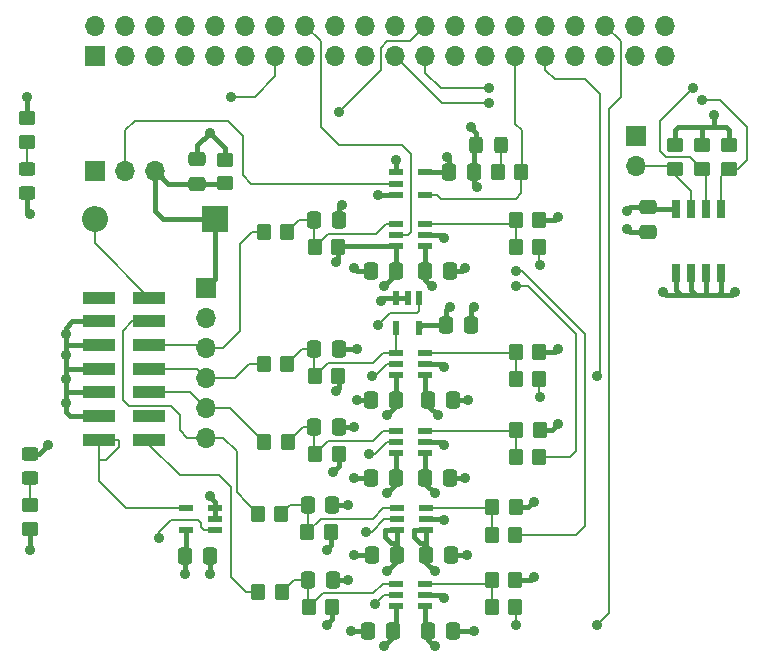
<source format=gtl>
G04 #@! TF.GenerationSoftware,KiCad,Pcbnew,(6.0.1)*
G04 #@! TF.CreationDate,2022-02-21T00:55:15+09:00*
G04 #@! TF.ProjectId,KiCAD_jtag,4b694341-445f-46a7-9461-672e6b696361,rev?*
G04 #@! TF.SameCoordinates,Original*
G04 #@! TF.FileFunction,Copper,L1,Top*
G04 #@! TF.FilePolarity,Positive*
%FSLAX46Y46*%
G04 Gerber Fmt 4.6, Leading zero omitted, Abs format (unit mm)*
G04 Created by KiCad (PCBNEW (6.0.1)) date 2022-02-21 00:55:15*
%MOMM*%
%LPD*%
G01*
G04 APERTURE LIST*
G04 Aperture macros list*
%AMRoundRect*
0 Rectangle with rounded corners*
0 $1 Rounding radius*
0 $2 $3 $4 $5 $6 $7 $8 $9 X,Y pos of 4 corners*
0 Add a 4 corners polygon primitive as box body*
4,1,4,$2,$3,$4,$5,$6,$7,$8,$9,$2,$3,0*
0 Add four circle primitives for the rounded corners*
1,1,$1+$1,$2,$3*
1,1,$1+$1,$4,$5*
1,1,$1+$1,$6,$7*
1,1,$1+$1,$8,$9*
0 Add four rect primitives between the rounded corners*
20,1,$1+$1,$2,$3,$4,$5,0*
20,1,$1+$1,$4,$5,$6,$7,0*
20,1,$1+$1,$6,$7,$8,$9,0*
20,1,$1+$1,$8,$9,$2,$3,0*%
G04 Aperture macros list end*
G04 #@! TA.AperFunction,SMDPad,CuDef*
%ADD10RoundRect,0.250000X0.350000X0.450000X-0.350000X0.450000X-0.350000X-0.450000X0.350000X-0.450000X0*%
G04 #@! TD*
G04 #@! TA.AperFunction,SMDPad,CuDef*
%ADD11RoundRect,0.250000X-0.450000X0.350000X-0.450000X-0.350000X0.450000X-0.350000X0.450000X0.350000X0*%
G04 #@! TD*
G04 #@! TA.AperFunction,SMDPad,CuDef*
%ADD12RoundRect,0.250000X0.450000X-0.350000X0.450000X0.350000X-0.450000X0.350000X-0.450000X-0.350000X0*%
G04 #@! TD*
G04 #@! TA.AperFunction,SMDPad,CuDef*
%ADD13R,1.200000X0.600000*%
G04 #@! TD*
G04 #@! TA.AperFunction,SMDPad,CuDef*
%ADD14RoundRect,0.250000X-0.450000X0.325000X-0.450000X-0.325000X0.450000X-0.325000X0.450000X0.325000X0*%
G04 #@! TD*
G04 #@! TA.AperFunction,SMDPad,CuDef*
%ADD15RoundRect,0.250000X-0.350000X-0.450000X0.350000X-0.450000X0.350000X0.450000X-0.350000X0.450000X0*%
G04 #@! TD*
G04 #@! TA.AperFunction,SMDPad,CuDef*
%ADD16RoundRect,0.250000X-0.337500X-0.475000X0.337500X-0.475000X0.337500X0.475000X-0.337500X0.475000X0*%
G04 #@! TD*
G04 #@! TA.AperFunction,ComponentPad*
%ADD17R,1.700000X1.700000*%
G04 #@! TD*
G04 #@! TA.AperFunction,ComponentPad*
%ADD18O,1.700000X1.700000*%
G04 #@! TD*
G04 #@! TA.AperFunction,SMDPad,CuDef*
%ADD19RoundRect,0.250000X-0.475000X0.337500X-0.475000X-0.337500X0.475000X-0.337500X0.475000X0.337500X0*%
G04 #@! TD*
G04 #@! TA.AperFunction,SMDPad,CuDef*
%ADD20RoundRect,0.250000X0.337500X0.475000X-0.337500X0.475000X-0.337500X-0.475000X0.337500X-0.475000X0*%
G04 #@! TD*
G04 #@! TA.AperFunction,SMDPad,CuDef*
%ADD21RoundRect,0.250000X0.475000X-0.337500X0.475000X0.337500X-0.475000X0.337500X-0.475000X-0.337500X0*%
G04 #@! TD*
G04 #@! TA.AperFunction,SMDPad,CuDef*
%ADD22R,0.700000X1.525000*%
G04 #@! TD*
G04 #@! TA.AperFunction,ComponentPad*
%ADD23R,2.200000X2.200000*%
G04 #@! TD*
G04 #@! TA.AperFunction,ComponentPad*
%ADD24O,2.200000X2.200000*%
G04 #@! TD*
G04 #@! TA.AperFunction,SMDPad,CuDef*
%ADD25R,0.600000X1.200000*%
G04 #@! TD*
G04 #@! TA.AperFunction,SMDPad,CuDef*
%ADD26R,2.750000X1.000000*%
G04 #@! TD*
G04 #@! TA.AperFunction,SMDPad,CuDef*
%ADD27RoundRect,0.250000X0.450000X-0.325000X0.450000X0.325000X-0.450000X0.325000X-0.450000X-0.325000X0*%
G04 #@! TD*
G04 #@! TA.AperFunction,SMDPad,CuDef*
%ADD28RoundRect,0.250000X-0.325000X-0.450000X0.325000X-0.450000X0.325000X0.450000X-0.325000X0.450000X0*%
G04 #@! TD*
G04 #@! TA.AperFunction,ViaPad*
%ADD29C,0.889000*%
G04 #@! TD*
G04 #@! TA.AperFunction,Conductor*
%ADD30C,0.406400*%
G04 #@! TD*
G04 #@! TA.AperFunction,Conductor*
%ADD31C,0.203200*%
G04 #@! TD*
G04 APERTURE END LIST*
D10*
X243926000Y-145428000D03*
X241926000Y-145428000D03*
D11*
X261976000Y-106328000D03*
X261976000Y-108328000D03*
D12*
X202794000Y-138808000D03*
X202794000Y-136808000D03*
D10*
X243926000Y-139306600D03*
X241926000Y-139306600D03*
D13*
X236302000Y-145362000D03*
X236302000Y-144412000D03*
X236302000Y-143462000D03*
X233802000Y-143462000D03*
X233802000Y-144412000D03*
X233802000Y-145362000D03*
D10*
X224130000Y-144158000D03*
X222130000Y-144158000D03*
D14*
X202794000Y-132465000D03*
X202794000Y-134515000D03*
D15*
X226940000Y-114948000D03*
X228940000Y-114948000D03*
D16*
X226902500Y-112662000D03*
X228977500Y-112662000D03*
D17*
X217703800Y-118412600D03*
D18*
X217703800Y-120952600D03*
X217703800Y-123492600D03*
X217703800Y-126032600D03*
X217703800Y-128572600D03*
X217703800Y-131112600D03*
D10*
X244434000Y-108598000D03*
X242434000Y-108598000D03*
D11*
X259690000Y-106344000D03*
X259690000Y-108344000D03*
D13*
X236302000Y-125804000D03*
X236302000Y-124854000D03*
X236302000Y-123904000D03*
X233802000Y-123904000D03*
X233802000Y-124854000D03*
X233802000Y-125804000D03*
D19*
X255118000Y-111603000D03*
X255118000Y-113678000D03*
D16*
X226394500Y-143142000D03*
X228469500Y-143142000D03*
D10*
X245974000Y-130442000D03*
X243974000Y-130442000D03*
X245942000Y-132728000D03*
X243942000Y-132728000D03*
D20*
X233782000Y-116980000D03*
X231707000Y-116980000D03*
D21*
X217003800Y-109600100D03*
X217003800Y-107525100D03*
D13*
X218522000Y-138946000D03*
X218522000Y-137996000D03*
X218522000Y-137046000D03*
X216022000Y-137046000D03*
X216022000Y-138946000D03*
D16*
X236554500Y-147460000D03*
X238629500Y-147460000D03*
X236394300Y-141059200D03*
X238469300Y-141059200D03*
D13*
X236394200Y-138961200D03*
X236394200Y-138011200D03*
X236394200Y-137061200D03*
X233894200Y-137061200D03*
X233894200Y-138011200D03*
X233894200Y-138961200D03*
D20*
X233803500Y-134506000D03*
X231728500Y-134506000D03*
D15*
X226321000Y-139078000D03*
X228321000Y-139078000D03*
D16*
X226365200Y-136792000D03*
X228440200Y-136792000D03*
D10*
X245958000Y-126124000D03*
X243958000Y-126124000D03*
D16*
X226902500Y-130188000D03*
X228977500Y-130188000D03*
D10*
X243926000Y-143142000D03*
X241926000Y-143142000D03*
D17*
X208378800Y-108562600D03*
D18*
X210918800Y-108562600D03*
X213458800Y-108562600D03*
D11*
X257404000Y-106328000D03*
X257404000Y-108328000D03*
D22*
X257531000Y-117152000D03*
X258801000Y-117152000D03*
X260071000Y-117152000D03*
X261341000Y-117152000D03*
X261341000Y-111728000D03*
X260071000Y-111728000D03*
X258801000Y-111728000D03*
X257531000Y-111728000D03*
D10*
X245942000Y-114948000D03*
X243942000Y-114948000D03*
D15*
X226940000Y-125870000D03*
X228940000Y-125870000D03*
D16*
X226902500Y-123584000D03*
X228977500Y-123584000D03*
D23*
X218483800Y-112562600D03*
D24*
X208323800Y-112562600D03*
D10*
X224114000Y-137528600D03*
X222114000Y-137528600D03*
D20*
X233803500Y-127902000D03*
X231728500Y-127902000D03*
D10*
X224622000Y-124854000D03*
X222622000Y-124854000D03*
D13*
X236302000Y-114882000D03*
X236302000Y-113932000D03*
X236302000Y-112982000D03*
X233802000Y-112982000D03*
X233802000Y-113932000D03*
X233802000Y-114882000D03*
X233802000Y-108648000D03*
X233802000Y-109598000D03*
X233802000Y-110548000D03*
X236302000Y-110548000D03*
X236302000Y-108648000D03*
D10*
X245958000Y-123838000D03*
X243958000Y-123838000D03*
D16*
X238332500Y-108582000D03*
X240407500Y-108582000D03*
D11*
X202540000Y-104042000D03*
X202540000Y-106042000D03*
D10*
X224638000Y-131458000D03*
X222638000Y-131458000D03*
D13*
X236302000Y-132408000D03*
X236302000Y-131458000D03*
X236302000Y-130508000D03*
X233802000Y-130508000D03*
X233802000Y-131458000D03*
X233802000Y-132408000D03*
D20*
X233549500Y-147460000D03*
X231474500Y-147460000D03*
D10*
X245958000Y-112662000D03*
X243958000Y-112662000D03*
D17*
X254102000Y-105545000D03*
D18*
X254102000Y-108085000D03*
D10*
X243951400Y-136995200D03*
X241951400Y-136995200D03*
D25*
X235748000Y-119286000D03*
X234798000Y-119286000D03*
X233848000Y-119286000D03*
X233848000Y-121786000D03*
X235748000Y-121786000D03*
D26*
X208678800Y-119262600D03*
X212928800Y-119262600D03*
X208678800Y-121262600D03*
X212928800Y-121262600D03*
X208678800Y-123262600D03*
X212928800Y-123262600D03*
X208678800Y-125262600D03*
X212928800Y-125262600D03*
X208678800Y-127262600D03*
X212928800Y-127262600D03*
X208678800Y-129262600D03*
X212928800Y-129262600D03*
X208678800Y-131262600D03*
X212928800Y-131262600D03*
D12*
X219303800Y-109562600D03*
X219303800Y-107562600D03*
D27*
X202540000Y-110385000D03*
X202540000Y-108335000D03*
D16*
X236300500Y-116980000D03*
X238375500Y-116980000D03*
D15*
X226432000Y-145428000D03*
X228432000Y-145428000D03*
D16*
X215980500Y-141110000D03*
X218055500Y-141110000D03*
D28*
X240622000Y-106312000D03*
X242672000Y-106312000D03*
D16*
X236300500Y-134506000D03*
X238375500Y-134506000D03*
D20*
X233879700Y-141059200D03*
X231804700Y-141059200D03*
D16*
X236554500Y-127902000D03*
X238629500Y-127902000D03*
D15*
X226956000Y-132474000D03*
X228956000Y-132474000D03*
D10*
X224622000Y-113678000D03*
X222622000Y-113678000D03*
D16*
X238078500Y-121552000D03*
X240153500Y-121552000D03*
D17*
X208370000Y-98770000D03*
D18*
X208370000Y-96230000D03*
X210910000Y-98770000D03*
X210910000Y-96230000D03*
X213450000Y-98770000D03*
X213450000Y-96230000D03*
X215990000Y-98770000D03*
X215990000Y-96230000D03*
X218530000Y-98770000D03*
X218530000Y-96230000D03*
X221070000Y-98770000D03*
X221070000Y-96230000D03*
X223610000Y-98770000D03*
X223610000Y-96230000D03*
X226150000Y-98770000D03*
X226150000Y-96230000D03*
X228690000Y-98770000D03*
X228690000Y-96230000D03*
X231230000Y-98770000D03*
X231230000Y-96230000D03*
X233770000Y-98770000D03*
X233770000Y-96230000D03*
X236310000Y-98770000D03*
X236310000Y-96230000D03*
X238850000Y-98770000D03*
X238850000Y-96230000D03*
X241390000Y-98770000D03*
X241390000Y-96230000D03*
X243930000Y-98770000D03*
X243930000Y-96230000D03*
X246470000Y-98770000D03*
X246470000Y-96230000D03*
X249010000Y-98770000D03*
X249010000Y-96230000D03*
X251550000Y-98770000D03*
X251550000Y-96230000D03*
X254090000Y-98770000D03*
X254090000Y-96230000D03*
X256630000Y-98770000D03*
X256630000Y-96230000D03*
D29*
X237084000Y-142380000D03*
X237084000Y-135776000D03*
X245466000Y-142888000D03*
X247498000Y-112408000D03*
X247498000Y-123584000D03*
X247498000Y-129934000D03*
X238100000Y-107328000D03*
X253340000Y-111900000D03*
X202794000Y-140602000D03*
X237084000Y-148730000D03*
X245466000Y-136538000D03*
X237338000Y-129172000D03*
X236830000Y-118250000D03*
X260706000Y-103772000D03*
X202540000Y-102248000D03*
X229718000Y-143142000D03*
X230226000Y-130188000D03*
X205842000Y-128156000D03*
X262484000Y-118758000D03*
X239878000Y-127902000D03*
X239624000Y-116726000D03*
X218034000Y-136030000D03*
X232512000Y-119520000D03*
X205842000Y-126124000D03*
X240386000Y-120028000D03*
X229718000Y-136792000D03*
X240132000Y-104788000D03*
X229210000Y-111392000D03*
X205842000Y-124092000D03*
X256388000Y-118758000D03*
X230480000Y-123584000D03*
X237846000Y-138062000D03*
X232340000Y-110548000D03*
X253340000Y-113424000D03*
X205842000Y-122314000D03*
X204318000Y-131712000D03*
X233802000Y-107602000D03*
X239827000Y-141059000D03*
X240386000Y-147460000D03*
X237846000Y-125108000D03*
X230480000Y-127902000D03*
X230226000Y-116726000D03*
X230226000Y-134506000D03*
X202794000Y-112154000D03*
X218056000Y-142612000D03*
X237846000Y-131712000D03*
X229972000Y-147460000D03*
X237846000Y-144666000D03*
X230277000Y-141059000D03*
X240640000Y-109868000D03*
X218034000Y-105296000D03*
X237846000Y-114186000D03*
X239624000Y-134506000D03*
X259690000Y-102502000D03*
X258928000Y-101486000D03*
X231750000Y-125870000D03*
X250800000Y-125870000D03*
X232004000Y-145174000D03*
X219812000Y-102248000D03*
X213716000Y-139586000D03*
X231496000Y-132474000D03*
X231242000Y-139078000D03*
X243942000Y-116980000D03*
X243942000Y-118250000D03*
X241656000Y-102756000D03*
X245974000Y-127648000D03*
X245974000Y-116472000D03*
X241656000Y-101486000D03*
X232258000Y-121552000D03*
X229006800Y-103518000D03*
X243942000Y-146952000D03*
X250800000Y-146952000D03*
X228702000Y-127140000D03*
X228448000Y-133998000D03*
X232766000Y-148730000D03*
X227940000Y-146952000D03*
X238354000Y-120028000D03*
X215980000Y-142612000D03*
X233020000Y-142380000D03*
X227940000Y-140602000D03*
X232766000Y-118250000D03*
X233020000Y-129172000D03*
X233020000Y-135776000D03*
X228702000Y-116218000D03*
D30*
X236394000Y-141690000D02*
X237084000Y-142380000D01*
X236554000Y-147460000D02*
X236554000Y-148200000D01*
X236302000Y-114882000D02*
X236302000Y-116978000D01*
X236394000Y-141007700D02*
X236394300Y-141008000D01*
X255243000Y-111728000D02*
X255118000Y-111603000D01*
X238266000Y-108648000D02*
X238332000Y-108582000D01*
X202794000Y-140602000D02*
X202794000Y-138808000D01*
X257404000Y-106328000D02*
X257404000Y-105042000D01*
X238332000Y-107560000D02*
X238100000Y-107328000D01*
X259690000Y-106344000D02*
X259690000Y-104788000D01*
X257658000Y-104788000D02*
X259690000Y-104788000D01*
X236302000Y-125804000D02*
X236302000Y-127650000D01*
X236300500Y-116979500D02*
X236300000Y-116980000D01*
X255118000Y-111603000D02*
X253637000Y-111603000D01*
X236554500Y-147460000D02*
X236554000Y-147460000D01*
X236554000Y-148200000D02*
X237084000Y-148730000D01*
X245974000Y-130442000D02*
X246990000Y-130442000D01*
X236302000Y-108648000D02*
X238266000Y-108648000D01*
X257404000Y-105042000D02*
X257658000Y-104788000D01*
X261976000Y-105042000D02*
X261976000Y-106328000D01*
X246990000Y-130442000D02*
X247498000Y-129934000D01*
X236554000Y-127902000D02*
X236554000Y-128388000D01*
X236302000Y-127650000D02*
X236428000Y-127776000D01*
X236302000Y-116978000D02*
X236300500Y-116979500D01*
X236302000Y-147208000D02*
X236554000Y-147460000D01*
X247244000Y-123838000D02*
X247498000Y-123584000D01*
X236428000Y-127776000D02*
X236554000Y-127902000D01*
X236300300Y-134505700D02*
X236300000Y-134506000D01*
X236394000Y-138961000D02*
X236394000Y-139984300D01*
X236554000Y-128388000D02*
X237338000Y-129172000D01*
X236300000Y-134506000D02*
X236300000Y-134992000D01*
X236394000Y-139984300D02*
X235890900Y-139984300D01*
X236300300Y-134505800D02*
X236300300Y-134505700D01*
X236300000Y-134992000D02*
X237084000Y-135776000D01*
X236394000Y-141007700D02*
X236394000Y-141690000D01*
X259690000Y-104788000D02*
X260706000Y-104788000D01*
X236300500Y-134506000D02*
X236300300Y-134505800D01*
X245009000Y-136995000D02*
X245466000Y-136538000D01*
X260706000Y-104788000D02*
X261722000Y-104788000D01*
X260706000Y-104788000D02*
X260706000Y-103772000D01*
X236300500Y-116979500D02*
X236300500Y-116980000D01*
X245958000Y-112662000D02*
X247244000Y-112662000D01*
X253637000Y-111603000D02*
X253340000Y-111900000D01*
X245212000Y-143142000D02*
X245466000Y-142888000D01*
X235890900Y-139984300D02*
X235387500Y-139480900D01*
X236394000Y-139984300D02*
X236394000Y-141007700D01*
X236302000Y-145362000D02*
X236302000Y-147208000D01*
X235387500Y-139480900D02*
X235387500Y-138961200D01*
X257531000Y-111728000D02*
X255243000Y-111728000D01*
X247244000Y-112662000D02*
X247498000Y-112408000D01*
X238332000Y-108582000D02*
X238332000Y-107560000D01*
X236302000Y-132408000D02*
X236302000Y-134504000D01*
X236394300Y-141008000D02*
X236394300Y-141059200D01*
X236300000Y-117720000D02*
X236830000Y-118250000D01*
X236302000Y-134504000D02*
X236300300Y-134505700D01*
X238332500Y-108582000D02*
X238332000Y-108582000D01*
X261722000Y-104788000D02*
X261976000Y-105042000D01*
X236300000Y-116980000D02*
X236300000Y-117720000D01*
X245958000Y-123838000D02*
X247244000Y-123838000D01*
X236428000Y-127776000D02*
X236428500Y-127776000D01*
X236394200Y-138961200D02*
X235387500Y-138961200D01*
X243951400Y-136995200D02*
X243951400Y-136995000D01*
X243951400Y-136995000D02*
X245009000Y-136995000D01*
X236428500Y-127776000D02*
X236554500Y-127902000D01*
X243926000Y-143142000D02*
X245212000Y-143142000D01*
X202540000Y-102248000D02*
X202540000Y-104042000D01*
X237795000Y-138011000D02*
X237846000Y-138062000D01*
X228470000Y-143142000D02*
X228469500Y-143142000D01*
X232746000Y-119286000D02*
X232512000Y-119520000D01*
X262230000Y-119012000D02*
X262484000Y-118758000D01*
X238376000Y-134506000D02*
X238375500Y-134506000D01*
X236302000Y-124854000D02*
X237592000Y-124854000D01*
X236302000Y-144412000D02*
X237592000Y-144412000D01*
X238469500Y-141059000D02*
X238469300Y-141059200D01*
X253594000Y-113678000D02*
X253340000Y-113424000D01*
X238630000Y-127902000D02*
X239878000Y-127902000D01*
X238376000Y-116980000D02*
X238375500Y-116980000D01*
X231804500Y-141059000D02*
X231804700Y-141059200D01*
X231474000Y-147460000D02*
X229972000Y-147460000D01*
X202794000Y-132465000D02*
X203565000Y-132465000D01*
X238469500Y-141059000D02*
X239827000Y-141059000D01*
X208678400Y-123263000D02*
X206029000Y-123263000D01*
X208679000Y-127263000D02*
X208678400Y-127263000D01*
X236302000Y-131458000D02*
X237592000Y-131458000D01*
X208678400Y-129263000D02*
X208679000Y-129263000D01*
X231728000Y-127902000D02*
X231728500Y-127902000D01*
X218522000Y-136518000D02*
X218034000Y-136030000D01*
X228978000Y-123584000D02*
X228977500Y-123584000D01*
X256642000Y-119012000D02*
X256388000Y-118758000D01*
X240407500Y-108081500D02*
X240407500Y-108582000D01*
X219304000Y-107064500D02*
X219304000Y-106566000D01*
X238630000Y-147460000D02*
X238629500Y-147460000D01*
X240622000Y-106312000D02*
X240622000Y-105278000D01*
X260071000Y-117152000D02*
X260071000Y-118885000D01*
X218522000Y-137046000D02*
X218522000Y-136518000D01*
X218056000Y-141861000D02*
X218056000Y-142612000D01*
X205842000Y-121806000D02*
X205842000Y-122314000D01*
X258801000Y-118631000D02*
X259182000Y-119012000D01*
X239370000Y-116980000D02*
X239624000Y-116726000D01*
X240153500Y-120906500D02*
X240153500Y-121552000D01*
X228440200Y-136792000D02*
X229718000Y-136792000D01*
X236302000Y-113932000D02*
X237592000Y-113932000D01*
X231728000Y-134506000D02*
X231728500Y-134506000D01*
X218056000Y-141110000D02*
X218056000Y-141861000D01*
X236394400Y-138011000D02*
X237795000Y-138011000D01*
X205842000Y-126124000D02*
X205842000Y-127394000D01*
X257912000Y-119012000D02*
X256642000Y-119012000D01*
X231728000Y-134506000D02*
X230226000Y-134506000D01*
X208678400Y-121263000D02*
X206385000Y-121263000D01*
X240408000Y-109636000D02*
X240408000Y-108081000D01*
X208679000Y-125263000D02*
X208678400Y-125263000D01*
X259182000Y-119012000D02*
X259944000Y-119012000D01*
X203565000Y-132465000D02*
X204318000Y-131712000D01*
X208678400Y-127263000D02*
X205973000Y-127263000D01*
X258801000Y-117152000D02*
X258801000Y-118631000D01*
X208678400Y-123263000D02*
X208678800Y-123262600D01*
X233802000Y-108648000D02*
X233802000Y-107602000D01*
X202540000Y-110385000D02*
X202540000Y-111900000D01*
X240640000Y-109868000D02*
X240408000Y-109636000D01*
X228978000Y-111624000D02*
X229210000Y-111392000D01*
X255118000Y-113678000D02*
X253594000Y-113678000D01*
X218055500Y-141860500D02*
X218055500Y-141110000D01*
X240154000Y-120260000D02*
X240386000Y-120028000D01*
X237592000Y-113932000D02*
X237846000Y-114186000D01*
X237592000Y-124854000D02*
X237846000Y-125108000D01*
X208678400Y-125263000D02*
X208678800Y-125262600D01*
X205842000Y-127394000D02*
X205842000Y-128156000D01*
X238630000Y-147460000D02*
X240386000Y-147460000D01*
X208678400Y-125263000D02*
X205941000Y-125263000D01*
X240408000Y-106526000D02*
X240622000Y-106312000D01*
X205842000Y-122314000D02*
X205842000Y-123449000D01*
X228978000Y-112662000D02*
X228978000Y-112143000D01*
X205973000Y-127263000D02*
X205842000Y-127394000D01*
X205842000Y-124092000D02*
X205842000Y-125362000D01*
X238630000Y-127902000D02*
X238629500Y-127902000D01*
X231804500Y-141059000D02*
X230277000Y-141059000D01*
X208678400Y-121263000D02*
X208678800Y-121262600D01*
X228978000Y-123584000D02*
X230480000Y-123584000D01*
X206385000Y-121263000D02*
X205842000Y-121806000D01*
X238376000Y-134506000D02*
X239624000Y-134506000D01*
X240622000Y-105278000D02*
X240132000Y-104788000D01*
X217004000Y-106925500D02*
X217004000Y-106326000D01*
X228977500Y-112143500D02*
X228977500Y-112662000D01*
X228978000Y-112143000D02*
X228977500Y-112143500D01*
X217004000Y-106326000D02*
X218034000Y-105296000D01*
X240408000Y-108081000D02*
X240407500Y-108081500D01*
X217004000Y-106925500D02*
X217003800Y-106925700D01*
X217003800Y-106925700D02*
X217003800Y-107525100D01*
X257912000Y-119012000D02*
X259182000Y-119012000D01*
X260071000Y-118885000D02*
X259944000Y-119012000D01*
X228470000Y-143142000D02*
X229718000Y-143142000D01*
X234798000Y-119286000D02*
X233848000Y-119286000D01*
X208679000Y-123263000D02*
X208678400Y-123263000D01*
X228978000Y-130188000D02*
X230226000Y-130188000D01*
X206187000Y-129263000D02*
X208678400Y-129263000D01*
X261087000Y-119012000D02*
X261341000Y-118758000D01*
X237592000Y-131458000D02*
X237846000Y-131712000D01*
X219303800Y-107064700D02*
X219303800Y-107562600D01*
X208679000Y-121263000D02*
X208678400Y-121263000D01*
X231474000Y-147460000D02*
X231474500Y-147460000D01*
X217004000Y-107525000D02*
X217004000Y-106925500D01*
X261087000Y-119012000D02*
X262230000Y-119012000D01*
X240408000Y-108081000D02*
X240408000Y-106526000D01*
X259944000Y-119012000D02*
X261087000Y-119012000D01*
X231707000Y-116980000D02*
X230480000Y-116980000D01*
X219304000Y-107064500D02*
X219303800Y-107064700D01*
X205842000Y-128156000D02*
X205842000Y-128918000D01*
X205842000Y-123449000D02*
X205842000Y-124092000D01*
X240154000Y-120906000D02*
X240154000Y-120260000D01*
X219304000Y-107563000D02*
X219304000Y-107064500D01*
X230480000Y-116980000D02*
X230226000Y-116726000D01*
X231728000Y-127902000D02*
X230480000Y-127902000D01*
X228978000Y-112143000D02*
X228978000Y-111624000D01*
X205842000Y-128918000D02*
X206187000Y-129263000D01*
X233848000Y-119286000D02*
X232746000Y-119286000D01*
X261341000Y-118631000D02*
X261341000Y-117152000D01*
X208678400Y-129263000D02*
X208678800Y-129262600D01*
X240154000Y-120906000D02*
X240153500Y-120906500D01*
X208678400Y-127263000D02*
X208678800Y-127262600D01*
X261341000Y-118758000D02*
X261341000Y-118631000D01*
X236394400Y-138011000D02*
X236394200Y-138011200D01*
X240154000Y-121552000D02*
X240154000Y-120906000D01*
X233802000Y-110548000D02*
X232340000Y-110548000D01*
X206029000Y-123263000D02*
X205842000Y-123449000D01*
X218056000Y-141861000D02*
X218055500Y-141860500D01*
X257531000Y-117152000D02*
X257531000Y-118631000D01*
X202540000Y-111900000D02*
X202794000Y-112154000D01*
X205842000Y-125362000D02*
X205842000Y-126124000D01*
X205941000Y-125263000D02*
X205842000Y-125362000D01*
X238376000Y-116980000D02*
X239370000Y-116980000D01*
X219304000Y-106566000D02*
X218034000Y-105296000D01*
X228978000Y-130188000D02*
X228977500Y-130188000D01*
X257531000Y-118631000D02*
X257912000Y-119012000D01*
X218522000Y-137996000D02*
X218522000Y-137046000D01*
X237592000Y-144412000D02*
X237846000Y-144666000D01*
D31*
X261341000Y-108963000D02*
X261341000Y-111728000D01*
X263500000Y-104788000D02*
X261214000Y-102502000D01*
X261976000Y-108328000D02*
X262754000Y-108328000D01*
X263500000Y-107582000D02*
X263500000Y-104788000D01*
X262754000Y-108328000D02*
X263500000Y-107582000D01*
X261976000Y-108328000D02*
X261341000Y-108963000D01*
X261214000Y-102502000D02*
X259690000Y-102502000D01*
X256134000Y-106820000D02*
X256134000Y-104280000D01*
X256642000Y-107328000D02*
X256134000Y-106820000D01*
X256134000Y-104280000D02*
X258928000Y-101486000D01*
X259690000Y-108344000D02*
X258674000Y-107328000D01*
X260071000Y-108725000D02*
X260071000Y-111728000D01*
X258674000Y-107328000D02*
X256642000Y-107328000D01*
X259690000Y-108344000D02*
X260071000Y-108725000D01*
X236302000Y-110548000D02*
X237256000Y-110548000D01*
X244450000Y-105042000D02*
X244450000Y-108582000D01*
X237592000Y-110884000D02*
X243942000Y-110884000D01*
X244450000Y-108582000D02*
X244434000Y-108598000D01*
X237256000Y-110548000D02*
X237592000Y-110884000D01*
X243930000Y-98770000D02*
X243930000Y-104522000D01*
X243930000Y-104522000D02*
X244450000Y-105042000D01*
X244434000Y-110392000D02*
X244434000Y-108598000D01*
X243942000Y-110884000D02*
X244434000Y-110392000D01*
X233802000Y-124854000D02*
X233020000Y-124854000D01*
X247244000Y-100724000D02*
X249784000Y-100724000D01*
X251054000Y-125616000D02*
X250800000Y-125870000D01*
X232004000Y-125870000D02*
X231750000Y-125870000D01*
X249784000Y-100724000D02*
X251054000Y-101994000D01*
X251054000Y-101994000D02*
X251054000Y-125616000D01*
X246470000Y-99950000D02*
X247244000Y-100724000D01*
X246470000Y-98770000D02*
X246470000Y-99950000D01*
X233020000Y-124854000D02*
X232004000Y-125870000D01*
X232766000Y-144412000D02*
X232004000Y-145174000D01*
X233802000Y-144412000D02*
X232766000Y-144412000D01*
X217530622Y-138946000D02*
X217272000Y-138687378D01*
X217272000Y-138687378D02*
X217272000Y-138316000D01*
X213716000Y-139078000D02*
X213716000Y-139586000D01*
X223610000Y-98770000D02*
X223610000Y-100482000D01*
X218522000Y-138946000D02*
X217530622Y-138946000D01*
X223610000Y-100482000D02*
X221844000Y-102248000D01*
X221844000Y-102248000D02*
X219812000Y-102248000D01*
X214732000Y-138062000D02*
X217018000Y-138062000D01*
X213716000Y-139078000D02*
X214732000Y-138062000D01*
X217272000Y-138316000D02*
X217018000Y-138062000D01*
X232004000Y-132474000D02*
X231496000Y-132474000D01*
X233802000Y-131458000D02*
X233020000Y-131458000D01*
X233020000Y-131458000D02*
X232004000Y-132474000D01*
X234290000Y-106312000D02*
X228956000Y-106312000D01*
X234798000Y-113932000D02*
X235052000Y-113678000D01*
X227432000Y-104788000D02*
X227432000Y-97512000D01*
X235052000Y-113678000D02*
X235052000Y-107074000D01*
X228956000Y-106312000D02*
X227432000Y-104788000D01*
X235052000Y-107074000D02*
X234290000Y-106312000D01*
X227432000Y-97512000D02*
X226150000Y-96230000D01*
X233802000Y-113932000D02*
X234798000Y-113932000D01*
X232816800Y-138011200D02*
X231750000Y-139078000D01*
X233894200Y-138011200D02*
X232816800Y-138011200D01*
X231750000Y-139078000D02*
X231242000Y-139078000D01*
X243926000Y-139306600D02*
X249047400Y-139306600D01*
X243942000Y-116980000D02*
X244450000Y-116980000D01*
X249047400Y-139306600D02*
X249784000Y-138570000D01*
X244450000Y-116980000D02*
X249784000Y-122314000D01*
X249784000Y-138570000D02*
X249784000Y-122314000D01*
X244958000Y-118250000D02*
X243942000Y-118250000D01*
X248514000Y-132728000D02*
X249022000Y-132220000D01*
X249022000Y-132220000D02*
X249022000Y-122314000D01*
X249022000Y-122314000D02*
X244958000Y-118250000D01*
X245942000Y-132728000D02*
X248514000Y-132728000D01*
X245958000Y-127632000D02*
X245974000Y-127648000D01*
X237756000Y-102756000D02*
X241656000Y-102756000D01*
X233770000Y-98770000D02*
X237756000Y-102756000D01*
X245958000Y-126124000D02*
X245958000Y-127632000D01*
X236310000Y-100204000D02*
X237592000Y-101486000D01*
X245942000Y-114948000D02*
X245942000Y-116440000D01*
X236310000Y-98770000D02*
X236310000Y-100204000D01*
X237592000Y-101486000D02*
X241656000Y-101486000D01*
X245942000Y-116440000D02*
X245974000Y-116472000D01*
X235016400Y-97523600D02*
X233070800Y-97523600D01*
X232512000Y-100012800D02*
X229006800Y-103518000D01*
X235560000Y-120536000D02*
X233274000Y-120536000D01*
X235748000Y-120348000D02*
X235560000Y-120536000D01*
X232512000Y-98082400D02*
X232512000Y-100012800D01*
X233070800Y-97523600D02*
X232512000Y-98082400D01*
X233274000Y-120536000D02*
X232258000Y-121552000D01*
X236310000Y-96230000D02*
X235016400Y-97523600D01*
X235748000Y-119286000D02*
X235748000Y-120348000D01*
X251550000Y-96230000D02*
X252832000Y-97512000D01*
X251816000Y-145936000D02*
X250800000Y-146952000D01*
X252832000Y-97512000D02*
X252832000Y-102248000D01*
X251816000Y-103264000D02*
X251816000Y-145936000D01*
X243926000Y-145428000D02*
X243942000Y-145444000D01*
X252832000Y-102248000D02*
X251816000Y-103264000D01*
X243942000Y-145444000D02*
X243942000Y-146952000D01*
X202540000Y-106042000D02*
X202540000Y-108335000D01*
X241606000Y-143462000D02*
X241926000Y-143142000D01*
X241926000Y-143142000D02*
X241926000Y-145428000D01*
X236302000Y-143462000D02*
X241606000Y-143462000D01*
X243892000Y-123904000D02*
X243958000Y-123838000D01*
X236302000Y-123904000D02*
X243892000Y-123904000D01*
X243958000Y-123838000D02*
X243958000Y-126124000D01*
X242672000Y-106312000D02*
X242672000Y-108360000D01*
X242672000Y-108360000D02*
X242434000Y-108598000D01*
X241926000Y-139306600D02*
X241926200Y-139306800D01*
X236394400Y-137061000D02*
X236394200Y-137061200D01*
X236394400Y-137061000D02*
X241885000Y-137061000D01*
X241951400Y-136995200D02*
X241951200Y-136995200D01*
X241951000Y-139281000D02*
X241926200Y-139306800D01*
X241885000Y-137061000D02*
X241951000Y-136995000D01*
X241951200Y-136995200D02*
X241951000Y-136995000D01*
X241951000Y-136995000D02*
X241951000Y-139281000D01*
X243958000Y-112662000D02*
X243958000Y-114932000D01*
X243958000Y-114932000D02*
X243942000Y-114948000D01*
X236302000Y-112982000D02*
X243638000Y-112982000D01*
X243638000Y-112982000D02*
X243958000Y-112662000D01*
D30*
X228956000Y-126886000D02*
X228702000Y-127140000D01*
X213459000Y-111897000D02*
X214125000Y-112563000D01*
X217703800Y-118412600D02*
X217704100Y-118412900D01*
X216022000Y-141068000D02*
X215980300Y-141109700D01*
X219304000Y-109562800D02*
X219304000Y-109563000D01*
X233550000Y-147946000D02*
X232766000Y-148730000D01*
X233802000Y-114882000D02*
X229006000Y-114882000D01*
X233879700Y-141289200D02*
X233879700Y-141059200D01*
X214496000Y-109600000D02*
X213462600Y-108566600D01*
X219303800Y-109562600D02*
X219304000Y-109562800D01*
X233802000Y-145362000D02*
X233802000Y-147208000D01*
X229006000Y-114882000D02*
X228940000Y-114948000D01*
X233390900Y-140003000D02*
X232887500Y-139499600D01*
X217003700Y-109600000D02*
X217003800Y-109600100D01*
X228940000Y-114948000D02*
X228940000Y-115980000D01*
X217003700Y-109600000D02*
X214496000Y-109600000D01*
X216022000Y-138946000D02*
X216022000Y-141068000D01*
X238078000Y-121552000D02*
X235982000Y-121552000D01*
X233802000Y-134504000D02*
X233803500Y-134505500D01*
X233802000Y-125804000D02*
X233802000Y-127900000D01*
X233549500Y-147460000D02*
X233550000Y-147460000D01*
X228321000Y-140221000D02*
X227940000Y-140602000D01*
X214125000Y-112563000D02*
X218483800Y-112563000D01*
X235982000Y-121552000D02*
X235748000Y-121786000D01*
X215980300Y-141109700D02*
X215980000Y-141110000D01*
X213458800Y-108562600D02*
X213458800Y-108562800D01*
X233782000Y-116980000D02*
X233782000Y-117234000D01*
X228956000Y-125886000D02*
X228956000Y-126886000D01*
X233802000Y-132408000D02*
X233802000Y-134504000D01*
X228321000Y-139078000D02*
X228321000Y-140221000D01*
X233802000Y-147208000D02*
X233550000Y-147460000D01*
X233880000Y-141289500D02*
X233879700Y-141289200D01*
X233880000Y-141289500D02*
X233880000Y-141520000D01*
X233804000Y-128388000D02*
X233020000Y-129172000D01*
X233894200Y-138961200D02*
X232887500Y-138961200D01*
X218484000Y-112563000D02*
X218484000Y-117633000D01*
X228956000Y-132474000D02*
X228956000Y-133490000D01*
X233802000Y-114882000D02*
X233802000Y-116960000D01*
X218483800Y-112562600D02*
X218483800Y-112563000D01*
X233894000Y-140003000D02*
X233894000Y-141045000D01*
X233782000Y-117234000D02*
X232766000Y-118250000D01*
X228432000Y-146460000D02*
X227940000Y-146952000D01*
X213458800Y-108562800D02*
X213462600Y-108566600D01*
X238078500Y-121552000D02*
X238078000Y-121552000D01*
X233803500Y-134505500D02*
X233803500Y-134506000D01*
X233880000Y-141520000D02*
X233020000Y-142380000D01*
X233550000Y-147460000D02*
X233550000Y-147946000D01*
X232887500Y-139499600D02*
X232887500Y-138961200D01*
X219266000Y-109600000D02*
X217003700Y-109600000D01*
X233802000Y-127900000D02*
X233803500Y-127901500D01*
X228956000Y-133490000D02*
X228448000Y-133998000D01*
X233804000Y-134506000D02*
X233804000Y-134992000D01*
X233894000Y-141045000D02*
X233880000Y-141059000D01*
X233880000Y-141059000D02*
X233880000Y-141289500D01*
X218484000Y-117633000D02*
X217704100Y-118412900D01*
X233894000Y-138961000D02*
X233894000Y-140003000D01*
X228432000Y-145428000D02*
X228432000Y-146460000D01*
X228940000Y-125870000D02*
X228956000Y-125886000D01*
X233894000Y-140003000D02*
X233390900Y-140003000D01*
X233802000Y-116960000D02*
X233782000Y-116980000D01*
X233803500Y-127901500D02*
X233804000Y-127902000D01*
X215980500Y-141110000D02*
X215980300Y-141109800D01*
X238354000Y-120028000D02*
X238078000Y-120304000D01*
X219304000Y-109563000D02*
X219266000Y-109600000D01*
X233804000Y-127902000D02*
X233804000Y-128388000D01*
X218483800Y-112563000D02*
X218484000Y-112563000D01*
X233803500Y-134505500D02*
X233804000Y-134506000D01*
X228940000Y-115980000D02*
X228702000Y-116218000D01*
X233803500Y-127901500D02*
X233803500Y-127902000D01*
X215980000Y-141110000D02*
X215980000Y-142612000D01*
X215980300Y-141109800D02*
X215980300Y-141109700D01*
X213459000Y-108563000D02*
X213459000Y-111897000D01*
X238078000Y-120304000D02*
X238078000Y-121552000D01*
X233804000Y-134992000D02*
X233020000Y-135776000D01*
D31*
X243908000Y-130508000D02*
X243974000Y-130442000D01*
X243974000Y-132696000D02*
X243942000Y-132728000D01*
X243974000Y-130442000D02*
X243974000Y-132696000D01*
X236302000Y-130508000D02*
X243908000Y-130508000D01*
X226902000Y-132420000D02*
X226956000Y-132474000D01*
X226956000Y-132442000D02*
X226956000Y-132474000D01*
X225908000Y-130188000D02*
X226405000Y-130188000D01*
X226956000Y-132474000D02*
X228073600Y-131356400D01*
X224638000Y-131458000D02*
X225908000Y-130188000D01*
X226902000Y-130188000D02*
X226902000Y-132420000D01*
X232700000Y-130508000D02*
X233802000Y-130508000D01*
X226405000Y-130188000D02*
X226902500Y-130188000D01*
X231851600Y-131356400D02*
X232700000Y-130508000D01*
X228073600Y-131356400D02*
X231851600Y-131356400D01*
X226365000Y-137909500D02*
X226365200Y-137909300D01*
X231851600Y-137960400D02*
X232751000Y-137061000D01*
X227438600Y-137960400D02*
X231851600Y-137960400D01*
X226365200Y-137909300D02*
X226365200Y-136792000D01*
X232751000Y-137061000D02*
X233894000Y-137061000D01*
X233894000Y-137061000D02*
X233894200Y-137061200D01*
X226365000Y-139027000D02*
X226365000Y-137909500D01*
X226365000Y-139027000D02*
X226365000Y-139034000D01*
X224851000Y-136792000D02*
X224114200Y-137528800D01*
X226321000Y-138945000D02*
X226321000Y-139078000D01*
X226321000Y-138919000D02*
X226321000Y-138983000D01*
X226321000Y-138983000D02*
X226365000Y-139027000D01*
X226321000Y-139078000D02*
X227438600Y-137960400D01*
X226365000Y-136792000D02*
X224851000Y-136792000D01*
X226365000Y-137909500D02*
X226365000Y-136792000D01*
X224114000Y-137528600D02*
X224114200Y-137528800D01*
X222114000Y-137529000D02*
X221217000Y-136632000D01*
X212928400Y-121263000D02*
X212929000Y-121263000D01*
X220320000Y-132220000D02*
X219213000Y-131113000D01*
X217703400Y-131113000D02*
X217703800Y-131112600D01*
X211465000Y-121263000D02*
X212928400Y-121263000D01*
X221217000Y-136632000D02*
X221217400Y-136632000D01*
X221217000Y-136632000D02*
X220320000Y-135735000D01*
X210668000Y-127902000D02*
X210668000Y-122060000D01*
X215494000Y-130442000D02*
X215494000Y-129172000D01*
X210668000Y-122060000D02*
X211465000Y-121263000D01*
X211176000Y-128410000D02*
X210668000Y-127902000D01*
X217703400Y-131113000D02*
X216165000Y-131113000D01*
X219213000Y-131113000D02*
X217703400Y-131113000D01*
X221217400Y-136632000D02*
X222114000Y-137528600D01*
X212928400Y-121263000D02*
X212928800Y-121262600D01*
X214732000Y-128410000D02*
X211176000Y-128410000D01*
X220320000Y-135735000D02*
X220320000Y-132220000D01*
X215494000Y-129172000D02*
X214732000Y-128410000D01*
X216165000Y-131113000D02*
X215494000Y-130442000D01*
X257161000Y-108085000D02*
X254102000Y-108085000D01*
X257404000Y-108328000D02*
X257161000Y-108085000D01*
X257404000Y-108852000D02*
X258801000Y-110249000D01*
X257404000Y-108328000D02*
X257404000Y-108852000D01*
X258801000Y-110249000D02*
X258801000Y-111728000D01*
X202794000Y-134515000D02*
X202794000Y-136808000D01*
X226940000Y-114948000D02*
X226902000Y-114910000D01*
X232105600Y-113830400D02*
X232954000Y-112982000D01*
X232954000Y-112982000D02*
X233802000Y-112982000D01*
X226902000Y-113786000D02*
X226902500Y-113785500D01*
X226902000Y-114910000D02*
X226902000Y-113786000D01*
X226940000Y-114948000D02*
X228057600Y-113830400D01*
X228057600Y-113830400D02*
X232105600Y-113830400D01*
X226902500Y-113785500D02*
X226902500Y-112662000D01*
X226902000Y-113786000D02*
X226902000Y-112662000D01*
X225638000Y-112662000D02*
X224622000Y-113678000D01*
X226902000Y-112662000D02*
X225638000Y-112662000D01*
X217589000Y-123378000D02*
X217589200Y-123378000D01*
X217589200Y-123378000D02*
X217703800Y-123492600D01*
X217589000Y-123378000D02*
X217704000Y-123493000D01*
X217704000Y-123493000D02*
X219141000Y-123493000D01*
X217474000Y-123263000D02*
X217589000Y-123378000D01*
X221590000Y-113678000D02*
X222622000Y-113678000D01*
X212928800Y-123262600D02*
X212929000Y-123262800D01*
X220574000Y-114694000D02*
X221590000Y-113678000D01*
X219141000Y-123493000D02*
X220574000Y-122060000D01*
X212929000Y-123262800D02*
X212929000Y-123263000D01*
X220574000Y-122060000D02*
X220574000Y-114694000D01*
X212929000Y-123263000D02*
X217474000Y-123263000D01*
X217703800Y-128572600D02*
X217703700Y-128572700D01*
X212928800Y-127262600D02*
X212929000Y-127262800D01*
X216394000Y-127263000D02*
X217703700Y-128572700D01*
X219753000Y-128573000D02*
X222638000Y-131458000D01*
X217704000Y-128573000D02*
X219753000Y-128573000D01*
X212929000Y-127263000D02*
X216394000Y-127263000D01*
X217703700Y-128572700D02*
X217704000Y-128573000D01*
X212929000Y-127262800D02*
X212929000Y-127263000D01*
X226432000Y-145428000D02*
X226394000Y-145390000D01*
X226394000Y-143142000D02*
X225146000Y-143142000D01*
X227600400Y-144259600D02*
X231902400Y-144259600D01*
X226394500Y-144265500D02*
X226394500Y-143142000D01*
X226394000Y-145390000D02*
X226394000Y-144266000D01*
X226394000Y-144266000D02*
X226394500Y-144265500D01*
X226394000Y-144266000D02*
X226394000Y-143142000D01*
X232700000Y-143462000D02*
X233802000Y-143462000D01*
X225146000Y-143142000D02*
X224130000Y-144158000D01*
X226432000Y-145428000D02*
X227600400Y-144259600D01*
X231902400Y-144259600D02*
X232700000Y-143462000D01*
X212929000Y-131687000D02*
X212929000Y-131475000D01*
X215494000Y-134252000D02*
X212929000Y-131687000D01*
X212929000Y-131475000D02*
X212928800Y-131474800D01*
X221082000Y-144158000D02*
X219812000Y-142888000D01*
X219812000Y-142888000D02*
X219812000Y-135268000D01*
X212929000Y-131475000D02*
X212929000Y-131263000D01*
X222130000Y-144158000D02*
X221082000Y-144158000D01*
X212928800Y-131474800D02*
X212928800Y-131262600D01*
X218796000Y-134252000D02*
X215494000Y-134252000D01*
X219812000Y-135268000D02*
X218796000Y-134252000D01*
X226902000Y-125832000D02*
X226902000Y-124708000D01*
X226940000Y-125870000D02*
X226902000Y-125832000D01*
X226902000Y-124708000D02*
X226902500Y-124707500D01*
X233848000Y-123858000D02*
X233802000Y-123904000D01*
X226902000Y-123584000D02*
X225892000Y-123584000D01*
X232700000Y-123904000D02*
X233802000Y-123904000D01*
X225892000Y-123584000D02*
X224622000Y-124854000D01*
X226902000Y-124708000D02*
X226902000Y-123584000D01*
X228057600Y-124752400D02*
X231851600Y-124752400D01*
X233848000Y-121786000D02*
X233848000Y-123858000D01*
X226940000Y-125870000D02*
X228057600Y-124752400D01*
X226902500Y-124707500D02*
X226902500Y-123584000D01*
X231851600Y-124752400D02*
X232700000Y-123904000D01*
X212928800Y-125262600D02*
X212929000Y-125262800D01*
X217319000Y-125648000D02*
X217319200Y-125648000D01*
X217319200Y-125648000D02*
X217703800Y-126032600D01*
X212929000Y-125262800D02*
X212929000Y-125263000D01*
X220157000Y-126033000D02*
X221336000Y-124854000D01*
X216934000Y-125263000D02*
X217319000Y-125648000D01*
X212929000Y-125263000D02*
X216934000Y-125263000D01*
X221336000Y-124854000D02*
X222622000Y-124854000D01*
X217704000Y-126033000D02*
X220157000Y-126033000D01*
X217319000Y-125648000D02*
X217704000Y-126033000D01*
X221574000Y-109598000D02*
X220828000Y-108852000D01*
X210919000Y-105045000D02*
X210919000Y-106804000D01*
X220828000Y-108852000D02*
X220828000Y-105550000D01*
X219558000Y-104280000D02*
X211684000Y-104280000D01*
X210919000Y-106804000D02*
X210918800Y-106804200D01*
X211684000Y-104280000D02*
X210919000Y-105045000D01*
X210919000Y-106804000D02*
X210919000Y-108563000D01*
X210918800Y-106804200D02*
X210918800Y-108562600D01*
X220828000Y-105550000D02*
X219558000Y-104280000D01*
X233802000Y-109598000D02*
X221574000Y-109598000D01*
X208678800Y-131262600D02*
X210358900Y-131262600D01*
X208679000Y-133033000D02*
X208679000Y-134803000D01*
X210358900Y-131904200D02*
X210358900Y-131262600D01*
X208679000Y-134803000D02*
X210922000Y-137046000D01*
X209230100Y-133033000D02*
X210358900Y-131904200D01*
X208679000Y-133033000D02*
X209230100Y-133033000D01*
X210922000Y-137046000D02*
X216022000Y-137046000D01*
X208679000Y-131263000D02*
X208679000Y-133033000D01*
X208324000Y-114658000D02*
X212928700Y-119262700D01*
X208324000Y-112563000D02*
X208324000Y-114658000D01*
X212928800Y-119262600D02*
X212928700Y-119262700D01*
X208323800Y-112562600D02*
X208324000Y-112562800D01*
X208324000Y-112562800D02*
X208324000Y-112563000D01*
M02*

</source>
